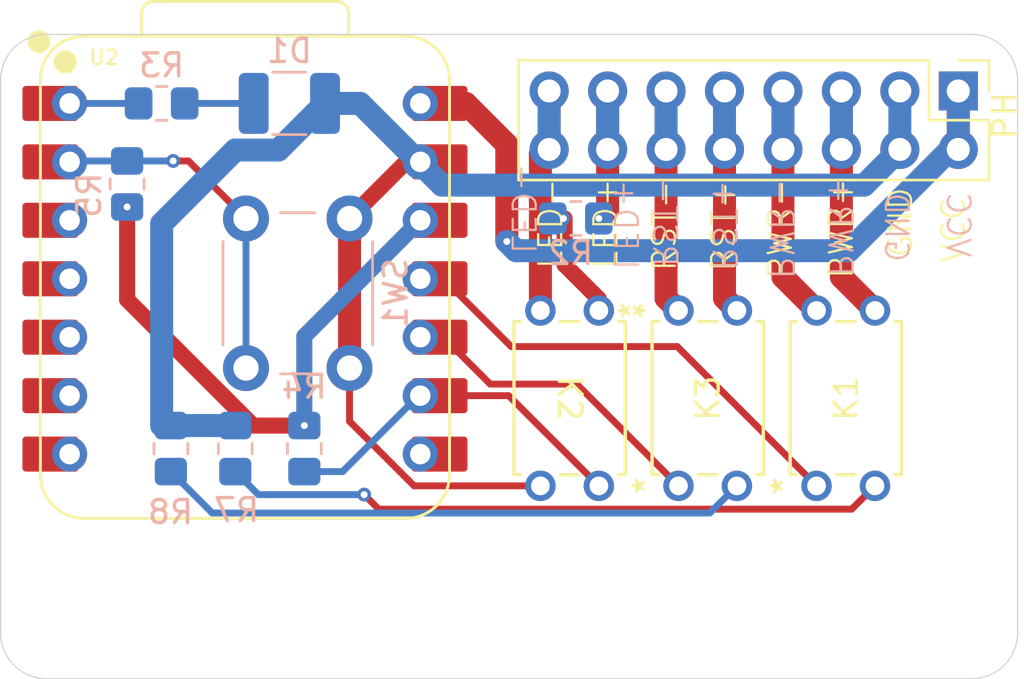
<source format=kicad_pcb>
(kicad_pcb (version 20241229) (generator "pcbnew") (generator_version "9.0")
  (layers (0 "F.Cu" signal) (2 "B.Cu" signal) (13 "F.Paste" user) (15 "B.Paste" user) (5 "F.SilkS" user "F.Silkscreen") (7 "B.SilkS" user "B.Silkscreen") (1 "F.Mask" user) (3 "B.Mask" user) (25 "Edge.Cuts" user))
  (net 0 "")
  (net 1 "PWR_OUT")
  (net 2 "STATUS_LED")
  (net 3 "VCC")
  (net 4 "RST_OUT")
  (net 5 "BTN_IN")
  (net 6 "GND")
  (net 7 "Net-(K2-Pad1)")
  (net 8 "LED+")
  (net 9 "Net-(D1-A)")
  (net 10 "LED_IN")
  (net 11 "Net-(K1-Pad2)")
  (net 12 "Net-(K3-Pad2)")
  (net 13 "PWR-")
  (net 14 "PWR+")
  (net 15 "LED-")
  (net 16 "RST+")
  (net 17 "RST-")
  (net 19 "+3.3V")
  (footprint "Seeed Studio XIAO Series Library:XIAO-ESP32C6-DIP" (layer "F.Cu") (at 102.665 69.62)
    (property "Reference" "U2" (at -6.165 -9.62 0) (layer "F.SilkS") (effects (font (size 0.635 0.635) (thickness 0.1016))))
    (property "Value" "XIAO-ESP32-C6")
    (fp_line (start -8.935 8.509) (end -8.935 -8.636) (stroke (width 0.127)) (layer "F.SilkS"))
    (fp_line (start -7.03 10.414) (end 6.94 10.414) (stroke (width 0.127)) (layer "F.SilkS"))
    (fp_line (start -4.54 -10.541) (end -4.536272 -11.551272) (stroke (width 0.127)) (layer "F.SilkS"))
    (fp_line (start -4.036272 -12.051) (end 3.959 -12.051) (stroke (width 0.127)) (layer "F.SilkS"))
    (fp_line (start 4.459 -11.551) (end 4.459 -10.541) (stroke (width 0.127)) (layer "F.SilkS"))
    (fp_line (start 6.94 -10.541) (end -7.03 -10.541) (stroke (width 0.1)) (layer "F.SilkS"))
    (fp_line (start 6.94 -10.541) (end -7.03 -10.541) (stroke (width 0.127)) (layer "F.SilkS"))
    (fp_line (start 8.845 8.509) (end 8.845 -8.636) (stroke (width 0.127)) (layer "F.SilkS"))
    (fp_arc (start -8.935 -8.636) (mid -8.377038 -9.983038) (end -7.03 -10.541) (stroke (width 0.127)) (layer "F.SilkS"))
    (fp_arc (start -7.03 10.414) (mid -8.377038 9.856038) (end -8.935 8.509) (stroke (width 0.127)) (layer "F.SilkS"))
    (fp_arc (start -4.536272 -11.551272) (mid -4.389728 -11.90464) (end -4.036272 -12.051) (stroke (width 0.127)) (layer "F.SilkS"))
    (fp_arc (start 3.959 -12.051) (mid 4.312553 -11.904553) (end 4.459 -11.551) (stroke (width 0.127)) (layer "F.SilkS"))
    (fp_arc (start 6.94 -10.541) (mid 8.287038 -9.983038) (end 8.845 -8.636) (stroke (width 0.127)) (layer "F.SilkS"))
    (fp_arc (start 8.845 8.509) (mid 8.287038 9.856038) (end 6.94 10.414) (stroke (width 0.127)) (layer "F.SilkS"))
    (fp_circle (center -8.995 -10.3) (end -8.995 -10.554) (stroke (width 0.5)) (fill yes) (layer "F.SilkS"))
    (fp_circle (center -7.852 -9.42) (end -7.852 -9.674) (stroke (width 0.5)) (fill yes) (layer "F.SilkS"))
    (pad "1" smd roundrect (at -8.5 -7.62 180) (size 2.432 1.524) (layers "F.Cu" "F.Mask") (roundrect_rratio 0.1) (net 2 "STATUS_LED"))
    (pad "1" thru_hole circle (at -7.665 -7.62 180) (size 1.524 1.524) (drill 0.889) (layers "*.Cu" "*.Mask") (net 2 "STATUS_LED"))
    (pad "2" smd roundrect (at -8.5 -5.08 180) (size 2.432 1.524) (layers "F.Cu" "F.Mask") (roundrect_rratio 0.1) (net 5 "BTN_IN"))
    (pad "2" thru_hole circle (at -7.665 -5.08 180) (size 1.524 1.524) (drill 0.889) (layers "*.Cu" "*.Mask") (net 5 "BTN_IN"))
    (pad "3" smd roundrect (at -8.5 -2.54 180) (size 2.432 1.524) (layers "F.Cu" "F.Mask") (roundrect_rratio 0.1))
    (pad "3" thru_hole circle (at -7.665 -2.54 180) (size 1.524 1.524) (drill 0.889) (layers "*.Cu" "*.Mask"))
    (pad "4" smd roundrect (at -8.5 0 180) (size 2.432 1.524) (layers "F.Cu" "F.Mask") (roundrect_rratio 0.1))
    (pad "4" thru_hole circle (at -7.665 0 180) (size 1.524 1.524) (drill 0.889) (layers "*.Cu" "*.Mask"))
    (pad "5" smd roundrect (at -8.5 2.54 180) (size 2.432 1.524) (layers "F.Cu" "F.Mask") (roundrect_rratio 0.1))
    (pad "5" thru_hole circle (at -7.665 2.54 180) (size 1.524 1.524) (drill 0.889) (layers "*.Cu" "*.Mask"))
    (pad "6" smd roundrect (at -8.5 5.08 180) (size 2.432 1.524) (layers "F.Cu" "F.Mask") (roundrect_rratio 0.1))
    (pad "6" thru_hole circle (at -7.665 5.08 180) (size 1.524 1.524) (drill 0.889) (layers "*.Cu" "*.Mask"))
    (pad "7" smd roundrect (at -8.5 7.62 180) (size 2.432 1.524) (layers "F.Cu" "F.Mask") (roundrect_rratio 0.1))
    (pad "7" thru_hole circle (at -7.665 7.62 180) (size 1.524 1.524) (drill 0.889) (layers "*.Cu" "*.Mask"))
    (pad "8" thru_hole circle (at 7.575 7.62) (size 1.524 1.524) (drill 0.889) (layers "*.Cu" "*.Mask"))
    (pad "8" smd roundrect (at 8.41 7.62) (size 2.432 1.524) (layers "F.Cu" "F.Mask") (roundrect_rratio 0.1))
    (pad "9" thru_hole circle (at 7.575 5.08) (size 1.524 1.524) (drill 0.889) (layers "*.Cu" "*.Mask") (net 10 "LED_IN"))
    (pad "9" smd roundrect (at 8.41 5.08) (size 2.432 1.524) (layers "F.Cu" "F.Mask") (roundrect_rratio 0.1) (net 10 "LED_IN"))
    (pad "10" thru_hole circle (at 7.575 2.54) (size 1.524 1.524) (drill 0.889) (layers "*.Cu" "*.Mask") (net 4 "RST_OUT"))
    (pad "10" smd roundrect (at 8.41 2.54) (size 2.432 1.524) (layers "F.Cu" "F.Mask") (roundrect_rratio 0.1) (net 4 "RST_OUT"))
    (pad "11" thru_hole circle (at 7.575 0) (size 1.524 1.524) (drill 0.889) (layers "*.Cu" "*.Mask") (net 1 "PWR_OUT"))
    (pad "11" smd roundrect (at 8.41 0) (size 2.432 1.524) (layers "F.Cu" "F.Mask") (roundrect_rratio 0.1) (net 1 "PWR_OUT"))
    (pad "12" thru_hole circle (at 7.575 -2.54) (size 1.524 1.524) (drill 0.889) (layers "*.Cu" "*.Mask") (net 19 "+3.3V"))
    (pad "12" smd roundrect (at 8.41 -2.54) (size 2.432 1.524) (layers "F.Cu" "F.Mask") (roundrect_rratio 0.1) (net 19 "+3.3V"))
    (pad "13" thru_hole circle (at 7.575 -5.08) (size 1.524 1.524) (drill 0.889) (layers "*.Cu" "*.Mask") (net 6 "GND"))
    (pad "13" smd roundrect (at 8.41 -5.08) (size 2.432 1.524) (layers "F.Cu" "F.Mask") (roundrect_rratio 0.1) (net 6 "GND"))
    (pad "14" thru_hole circle (at 7.575 -7.62) (size 1.524 1.524) (drill 0.889) (layers "*.Cu" "*.Mask") (net 3 "VCC"))
    (pad "14" smd roundrect (at 8.41 -7.62) (size 2.432 1.524) (layers "F.Cu" "F.Mask") (roundrect_rratio 0.1) (net 3 "VCC"))
  )
  (footprint "footprints:A-DIP4_THD_OMR" (layer "F.Cu") (at 118 71 -90)
    (property "Reference" "K2" (at 3.81 1.27 270) (layer "F.SilkS"))
    (property "Value" "G3VM-601AY2")
    (fp_line (start 0.482999 3.687001) (end 7.137001 3.687001) (stroke (width 0.1524)) (layer "F.SilkS"))
    (fp_line (start 7.137001 3.687001) (end 7.137001 3.407778) (stroke (width 0.1524)) (layer "F.SilkS"))
    (fp_line (start 0.482999 3.407778) (end 0.482999 3.687001) (stroke (width 0.1524)) (layer "F.SilkS"))
    (fp_line (start 7.137001 1.672222) (end 7.137001 0.867778) (stroke (width 0.1524)) (layer "F.SilkS"))
    (fp_line (start 0.482999 0.867778) (end 0.482999 1.672222) (stroke (width 0.1524)) (layer "F.SilkS"))
    (fp_line (start 7.137001 -0.867778) (end 7.137001 -1.147001) (stroke (width 0.1524)) (layer "F.SilkS"))
    (fp_line (start 0.482999 -1.147001) (end 0.482999 -0.867778) (stroke (width 0.1524)) (layer "F.SilkS"))
    (fp_line (start 7.137001 -1.147001) (end 0.482999 -1.147001) (stroke (width 0.1524)) (layer "F.SilkS"))
    (fp_text user "*" (at 0 -1.4224 270) (layer "F.SilkS"))
    (fp_text user "*" (at 0 -1.4224 270) (layer "F.SilkS"))
    (pad "1" thru_hole circle (at 0 0 270) (size 1.3208 1.3208) (drill 0.8128) (layers "*.Cu" "*.Mask") (net 7 "Net-(K2-Pad1)"))
    (pad "2" thru_hole circle (at 0 2.54 270) (size 1.3208 1.3208) (drill 0.8128) (layers "*.Cu" "*.Mask") (net 15 "LED-"))
    (pad "3" thru_hole circle (at 7.62 2.54 270) (size 1.3208 1.3208) (drill 0.8128) (layers "*.Cu" "*.Mask") (net 6 "GND"))
    (pad "4" thru_hole circle (at 7.62 0 270) (size 1.3208 1.3208) (drill 0.8128) (layers "*.Cu" "*.Mask") (net 10 "LED_IN"))
  )
  (footprint "footprints:A-DIP4_THD_OMR" (layer "F.Cu") (at 121.46 78.62 90)
    (property "Reference" "K3" (at 3.81 1.27 90) (layer "F.SilkS"))
    (property "Value" "G3VM-601AY2")
    (fp_line (start 7.137001 -1.147001) (end 0.482999 -1.147001) (stroke (width 0.1524)) (layer "F.SilkS"))
    (fp_line (start 0.482999 -1.147001) (end 0.482999 -0.867778) (stroke (width 0.1524)) (layer "F.SilkS"))
    (fp_line (start 7.137001 -0.867778) (end 7.137001 -1.147001) (stroke (width 0.1524)) (layer "F.SilkS"))
    (fp_line (start 0.482999 0.867778) (end 0.482999 1.672222) (stroke (width 0.1524)) (layer "F.SilkS"))
    (fp_line (start 7.137001 1.672222) (end 7.137001 0.867778) (stroke (width 0.1524)) (layer "F.SilkS"))
    (fp_line (start 0.482999 3.407778) (end 0.482999 3.687001) (stroke (width 0.1524)) (layer "F.SilkS"))
    (fp_line (start 7.137001 3.687001) (end 7.137001 3.407778) (stroke (width 0.1524)) (layer "F.SilkS"))
    (fp_line (start 0.482999 3.687001) (end 7.137001 3.687001) (stroke (width 0.1524)) (layer "F.SilkS"))
    (fp_text user "*" (at 0 -1.4224 90) (layer "F.SilkS"))
    (fp_text user "*" (at 0 -1.4224 90) (layer "F.SilkS"))
    (pad "1" thru_hole circle (at 0 0 90) (size 1.3208 1.3208) (drill 0.8128) (layers "*.Cu" "*.Mask") (net 4 "RST_OUT"))
    (pad "2" thru_hole circle (at 0 2.54 90) (size 1.3208 1.3208) (drill 0.8128) (layers "*.Cu" "*.Mask") (net 12 "Net-(K3-Pad2)"))
    (pad "3" thru_hole circle (at 7.62 2.54 90) (size 1.3208 1.3208) (drill 0.8128) (layers "*.Cu" "*.Mask") (net 16 "RST+"))
    (pad "4" thru_hole circle (at 7.62 0 90) (size 1.3208 1.3208) (drill 0.8128) (layers "*.Cu" "*.Mask") (net 17 "RST-"))
  )
  (footprint "" (layer "F.Cu") (at 132.8 84)
    (property "Reference" "" (at 0 0 0) (layer "F.SilkS") (effects (font (size 1.27 1.27))))
    (property "Value" "")
    (pad "" np_thru_hole circle (at 0 0) (size 3.2 3.2) (drill 3.2) (layers "*.Cu" "*.Mask"))
  )
  (footprint "Connector_PinHeader_2.54mm:PinHeader_2x08_P2.54mm_Vertical" (layer "F.Cu") (at 133.62 61.46 -90)
    (property "Reference" "PH" (at 1.073557 -2.013525 90) (layer "F.SilkS"))
    (property "Value" "PinHeader_2x08_P2.54mm_Vertical" (hide yes))
    (fp_line (start -1.33 19.11) (end 3.87 19.11) (stroke (width 0.12)) (layer "F.SilkS"))
    (fp_line (start -1.33 1.27) (end -1.33 19.11) (stroke (width 0.12)) (layer "F.SilkS"))
    (fp_line (start -1.33 1.27) (end 1.27 1.27) (stroke (width 0.12)) (layer "F.SilkS"))
    (fp_line (start 1.27 1.27) (end 1.27 -1.33) (stroke (width 0.12)) (layer "F.SilkS"))
    (fp_line (start -1.33 0) (end -1.33 -1.33) (stroke (width 0.12)) (layer "F.SilkS"))
    (fp_line (start -1.33 -1.33) (end 0 -1.33) (stroke (width 0.12)) (layer "F.SilkS"))
    (fp_line (start 1.27 -1.33) (end 3.87 -1.33) (stroke (width 0.12)) (layer "F.SilkS"))
    (fp_line (start 3.87 -1.33) (end 3.87 19.11) (stroke (width 0.12)) (layer "F.SilkS"))
    (pad "1" thru_hole rect (at 0 0 270) (size 1.7 1.7) (drill 1) (layers "*.Cu" "*.Mask") (net 3 "VCC"))
    (pad "2" thru_hole oval (at 2.54 0 270) (size 1.7 1.7) (drill 1) (layers "*.Cu" "*.Mask") (net 3 "VCC"))
    (pad "3" thru_hole oval (at 0 2.54 270) (size 1.7 1.7) (drill 1) (layers "*.Cu" "*.Mask") (net 6 "GND"))
    (pad "4" thru_hole oval (at 2.54 2.54 270) (size 1.7 1.7) (drill 1) (layers "*.Cu" "*.Mask") (net 6 "GND"))
    (pad "5" thru_hole oval (at 0 5.08 270) (size 1.7 1.7) (drill 1) (layers "*.Cu" "*.Mask") (net 14 "PWR+"))
    (pad "6" thru_hole oval (at 2.54 5.08 270) (size 1.7 1.7) (drill 1) (layers "*.Cu" "*.Mask") (net 14 "PWR+"))
    (pad "7" thru_hole oval (at 0 7.62 270) (size 1.7 1.7) (drill 1) (layers "*.Cu" "*.Mask") (net 13 "PWR-"))
    (pad "8" thru_hole oval (at 2.54 7.62 270) (size 1.7 1.7) (drill 1) (layers "*.Cu" "*.Mask") (net 13 "PWR-"))
    (pad "9" thru_hole oval (at 0 10.16 270) (size 1.7 1.7) (drill 1) (layers "*.Cu" "*.Mask") (net 16 "RST+"))
    (pad "10" thru_hole oval (at 2.54 10.16 270) (size 1.7 1.7) (drill 1) (layers "*.Cu" "*.Mask") (net 16 "RST+"))
    (pad "11" thru_hole oval (at 0 12.7 270) (size 1.7 1.7) (drill 1) (layers "*.Cu" "*.Mask") (net 17 "RST-"))
    (pad "12" thru_hole oval (at 2.54 12.7 270) (size 1.7 1.7) (drill 1) (layers "*.Cu" "*.Mask") (net 17 "RST-"))
    (pad "13" thru_hole oval (at 0 15.24 270) (size 1.7 1.7) (drill 1) (layers "*.Cu" "*.Mask") (net 8 "LED+"))
    (pad "14" thru_hole oval (at 2.54 15.24 270) (size 1.7 1.7) (drill 1) (layers "*.Cu" "*.Mask") (net 8 "LED+"))
    (pad "15" thru_hole oval (at 0 17.78 270) (size 1.7 1.7) (drill 1) (layers "*.Cu" "*.Mask") (net 15 "LED-"))
    (pad "16" thru_hole oval (at 2.54 17.78 270) (size 1.7 1.7) (drill 1) (layers "*.Cu" "*.Mask") (net 15 "LED-"))
  )
  (footprint "footprints:A-DIP4_THD_OMR" (layer "F.Cu") (at 127.46 78.62 90)
    (property "Reference" "K1" (at 3.81 1.27 90) (layer "F.SilkS"))
    (property "Value" "G3VM-601AY2")
    (fp_line (start 7.137001 -1.147001) (end 0.482999 -1.147001) (stroke (width 0.1524)) (layer "F.SilkS"))
    (fp_line (start 0.482999 -1.147001) (end 0.482999 -0.867778) (stroke (width 0.1524)) (layer "F.SilkS"))
    (fp_line (start 7.137001 -0.867778) (end 7.137001 -1.147001) (stroke (width 0.1524)) (layer "F.SilkS"))
    (fp_line (start 0.482999 0.867778) (end 0.482999 1.672222) (stroke (width 0.1524)) (layer "F.SilkS"))
    (fp_line (start 7.137001 1.672222) (end 7.137001 0.867778) (stroke (width 0.1524)) (layer "F.SilkS"))
    (fp_line (start 0.482999 3.407778) (end 0.482999 3.687001) (stroke (width 0.1524)) (layer "F.SilkS"))
    (fp_line (start 7.137001 3.687001) (end 7.137001 3.407778) (stroke (width 0.1524)) (layer "F.SilkS"))
    (fp_line (start 0.482999 3.687001) (end 7.137001 3.687001) (stroke (width 0.1524)) (layer "F.SilkS"))
    (fp_text user "*" (at 0 -1.4224 90) (layer "F.SilkS"))
    (fp_text user "*" (at 0 -1.4224 90) (layer "F.SilkS"))
    (pad "1" thru_hole circle (at 0 0 90) (size 1.3208 1.3208) (drill 0.8128) (layers "*.Cu" "*.Mask") (net 1 "PWR_OUT"))
    (pad "2" thru_hole circle (at 0 2.54 90) (size 1.3208 1.3208) (drill 0.8128) (layers "*.Cu" "*.Mask") (net 11 "Net-(K1-Pad2)"))
    (pad "3" thru_hole circle (at 7.62 2.54 90) (size 1.3208 1.3208) (drill 0.8128) (layers "*.Cu" "*.Mask") (net 14 "PWR+"))
    (pad "4" thru_hole circle (at 7.62 0 90) (size 1.3208 1.3208) (drill 0.8128) (layers "*.Cu" "*.Mask") (net 13 "PWR-"))
  )
  (footprint "" (layer "F.Cu") (at 114.4 84)
    (property "Reference" "" (at 0 0 0) (layer "F.SilkS") (effects (font (size 1.27 1.27))))
    (property "Value" "")
    (pad "" np_thru_hole circle (at 0 0) (size 3.2 3.2) (drill 3.2) (layers "*.Cu" "*.Mask"))
  )
  (footprint "" (layer "F.Cu") (at 95 84)
    (property "Reference" "" (at 0 0 0) (layer "F.SilkS") (effects (font (size 1.27 1.27))))
    (property "Value" "")
    (pad "" np_thru_hole circle (at 0 0) (size 3.2 3.2) (drill 3.2) (layers "*.Cu" "*.Mask"))
  )
  (footprint "Resistor_SMD:R_0805_2012Metric_Pad1.20x1.40mm_HandSolder" (layer "B.Cu") (at 105.2 77 90)
    (property "Reference" "R4" (at 2.685911 -0.00701 0) (layer "B.SilkS") (effects (justify mirror)))
    (property "Value" "10k" (hide yes))
    (fp_line (start -0.227064 -0.735) (end 0.227064 -0.735) (stroke (width 0.12)) (layer "B.SilkS"))
    (fp_line (start -0.227064 0.735) (end 0.227064 0.735) (stroke (width 0.12)) (layer "B.SilkS"))
    (pad "1" smd roundrect (at -1 0 90) (size 1.2 1.4) (layers "B.Cu" "B.Mask" "B.Paste") (roundrect_rratio 0.208333) (net 10 "LED_IN"))
    (pad "2" smd roundrect (at 1 0 90) (size 1.2 1.4) (layers "B.Cu" "B.Mask" "B.Paste") (roundrect_rratio 0.208333) (net 19 "+3.3V"))
  )
  (footprint "Resistor_SMD:R_0805_2012Metric_Pad1.20x1.40mm_HandSolder" (layer "B.Cu") (at 99.4 77 -90)
    (property "Reference" "R8" (at 2.759581 0.014066 180) (layer "B.SilkS") (effects (justify mirror)))
    (property "Value" "360")
    (fp_line (start -0.227064 0.735) (end 0.227064 0.735) (stroke (width 0.12)) (layer "B.SilkS"))
    (fp_line (start -0.227064 -0.735) (end 0.227064 -0.735) (stroke (width 0.12)) (layer "B.SilkS"))
    (pad "1" smd roundrect (at -1 0 270) (size 1.2 1.4) (layers "B.Cu" "B.Mask" "B.Paste") (roundrect_rratio 0.208333) (net 6 "GND"))
    (pad "2" smd roundrect (at 1 0 270) (size 1.2 1.4) (layers "B.Cu" "B.Mask" "B.Paste") (roundrect_rratio 0.208333) (net 12 "Net-(K3-Pad2)"))
  )
  (footprint "Resistor_SMD:R_0805_2012Metric_Pad1.20x1.40mm_HandSolder" (layer "B.Cu") (at 99 62 180)
    (property "Reference" "R3" (at 0 1.65 0) (layer "B.SilkS") (effects (justify mirror)))
    (property "Value" "65")
    (fp_line (start -0.227064 0.735) (end 0.227064 0.735) (stroke (width 0.12)) (layer "B.SilkS"))
    (fp_line (start -0.227064 -0.735) (end 0.227064 -0.735) (stroke (width 0.12)) (layer "B.SilkS"))
    (pad "1" smd roundrect (at -1 0 180) (size 1.2 1.4) (layers "B.Cu" "B.Mask" "B.Paste") (roundrect_rratio 0.208333) (net 9 "Net-(D1-A)"))
    (pad "2" smd roundrect (at 1 0 180) (size 1.2 1.4) (layers "B.Cu" "B.Mask" "B.Paste") (roundrect_rratio 0.208333) (net 2 "STATUS_LED"))
  )
  (footprint "Resistor_SMD:R_1210_3225Metric_Pad1.30x2.65mm_HandSolder" (layer "B.Cu") (at 104.55 62 180)
    (property "Reference" "D1" (at 0 2.28 0) (layer "B.SilkS") (effects (justify mirror)))
    (property "Value" "LED")
    (fp_line (start -0.723737 1.355) (end 0.723737 1.355) (stroke (width 0.12)) (layer "B.SilkS"))
    (fp_line (start -0.723737 -1.355) (end 0.723737 -1.355) (stroke (width 0.12)) (layer "B.SilkS"))
    (pad "1" smd roundrect (at -1.55 0 180) (size 1.3 2.65) (layers "B.Cu" "B.Mask" "B.Paste") (roundrect_rratio 0.192308) (net 6 "GND"))
    (pad "2" smd roundrect (at 1.55 0 180) (size 1.3 2.65) (layers "B.Cu" "B.Mask" "B.Paste") (roundrect_rratio 0.192308) (net 9 "Net-(D1-A)"))
  )
  (footprint "Resistor_SMD:R_0805_2012Metric_Pad1.20x1.40mm_HandSolder" (layer "B.Cu") (at 102.2 77 -90)
    (property "Reference" "R7" (at 2.677333 -0.05197 180) (layer "B.SilkS") (effects (justify mirror)))
    (property "Value" "360" (hide yes))
    (fp_line (start -0.227064 0.735) (end 0.227064 0.735) (stroke (width 0.12)) (layer "B.SilkS"))
    (fp_line (start -0.227064 -0.735) (end 0.227064 -0.735) (stroke (width 0.12)) (layer "B.SilkS"))
    (pad "1" smd roundrect (at -1 0 270) (size 1.2 1.4) (layers "B.Cu" "B.Mask" "B.Paste") (roundrect_rratio 0.208333) (net 6 "GND"))
    (pad "2" smd roundrect (at 1 0 270) (size 1.2 1.4) (layers "B.Cu" "B.Mask" "B.Paste") (roundrect_rratio 0.208333) (net 11 "Net-(K1-Pad2)"))
  )
  (footprint "Resistor_SMD:R_0805_2012Metric_Pad1.20x1.40mm_HandSolder" (layer "B.Cu") (at 97.5 65.5 -90)
    (property "Reference" "R5" (at 0.485423 1.65079 90) (layer "B.SilkS") (effects (justify mirror)))
    (property "Value" "10k" (hide yes))
    (fp_line (start -0.227064 0.735) (end 0.227064 0.735) (stroke (width 0.12)) (layer "B.SilkS"))
    (fp_line (start -0.227064 -0.735) (end 0.227064 -0.735) (stroke (width 0.12)) (layer "B.SilkS"))
    (pad "1" smd roundrect (at -1 0 270) (size 1.2 1.4) (layers "B.Cu" "B.Mask" "B.Paste") (roundrect_rratio 0.208333) (net 5 "BTN_IN"))
    (pad "2" smd roundrect (at 1 0 270) (size 1.2 1.4) (layers "B.Cu" "B.Mask" "B.Paste") (roundrect_rratio 0.208333) (net 19 "+3.3V"))
  )
  (footprint "Resistor_SMD:R_0805_2012Metric_Pad1.20x1.40mm_HandSolder" (layer "B.Cu") (at 117 67 180)
    (property "Reference" "R2" (at 0.227064 -1.5 0) (layer "B.SilkS") (effects (justify mirror)))
    (property "Value" "360" (hide yes))
    (fp_line (start -0.227064 0.735) (end 0.227064 0.735) (stroke (width 0.12)) (layer "B.SilkS"))
    (fp_line (start -0.227064 -0.735) (end 0.227064 -0.735) (stroke (width 0.12)) (layer "B.SilkS"))
    (pad "1" smd roundrect (at -1 0 180) (size 1.2 1.4) (layers "B.Cu" "B.Mask" "B.Paste") (roundrect_rratio 0.208333) (net 8 "LED+"))
    (pad "2" smd roundrect (at 1 0 180) (size 1.2 1.4) (layers "B.Cu" "B.Mask" "B.Paste") (roundrect_rratio 0.208333) (net 7 "Net-(K2-Pad1)"))
  )
  (footprint "Button_Switch_THT:SW_PUSH_6mm" (layer "B.Cu") (at 107.165 73.5 90)
    (property "Reference" "SW1" (at 3.25 2 90) (layer "B.SilkS") (effects (justify mirror)))
    (property "Value" "SW_Push")
    (fp_line (start 1 -5.5) (end 5.5 -5.5) (stroke (width 0.12)) (layer "B.SilkS"))
    (fp_line (start 6.75 -3) (end 6.75 -1.5) (stroke (width 0.12)) (layer "B.SilkS"))
    (fp_line (start -0.25 -1.5) (end -0.25 -3) (stroke (width 0.12)) (layer "B.SilkS"))
    (fp_line (start 5.5 1) (end 1 1) (stroke (width 0.12)) (layer "B.SilkS"))
    (pad "1" thru_hole circle (at 0 0) (size 2 2) (drill 1.1) (layers "*.Cu" "*.Mask") (net 6 "GND"))
    (pad "1" thru_hole circle (at 6.5 0) (size 2 2) (drill 1.1) (layers "*.Cu" "*.Mask") (net 6 "GND"))
    (pad "2" thru_hole circle (at 0 -4.5) (size 2 2) (drill 1.1) (layers "*.Cu" "*.Mask") (net 5 "BTN_IN"))
    (pad "2" thru_hole circle (at 6.5 -4.5) (size 2 2) (drill 1.1) (layers "*.Cu" "*.Mask") (net 5 "BTN_IN"))
  )
  (gr_arc (start 136.2 85) (mid 135.614214 86.414214) (end 134.2 87) (stroke (width 0.05)) (layer "Edge.Cuts"))
  (gr_line (start 134.2 59) (end 94 59) (stroke (width 0.05)) (layer "Edge.Cuts"))
  (gr_line (start 136.2 85) (end 136.2 61) (stroke (width 0.05)) (layer "Edge.Cuts"))
  (gr_line (start 92 61) (end 92 85) (stroke (width 0.05)) (layer "Edge.Cuts"))
  (gr_arc (start 134.2 59) (mid 135.614214 59.585786) (end 136.2 61) (stroke (width 0.05)) (layer "Edge.Cuts"))
  (gr_arc (start 94 87) (mid 92.585786 86.414214) (end 92 85) (stroke (width 0.05)) (layer "Edge.Cuts"))
  (gr_arc (start 92 61) (mid 92.585786 59.585786) (end 94 59) (stroke (width 0.05)) (layer "Edge.Cuts"))
  (gr_line (start 94 87) (end 134.2 87) (stroke (width 0.05)) (layer "Edge.Cuts"))
  (gr_text "GND" (at 131.694885 68.750822 90) (layer "F.SilkS") (effects (font (size 1 1) (thickness 0.1)) (justify left bottom)))
  (gr_text "PWR+" (at 129.118457 69.687705 90) (layer "F.SilkS") (effects (font (size 1 1) (thickness 0.1)) (justify left bottom)))
  (gr_text "PWR-" (at 126.463955 69.71373 90) (layer "F.SilkS") (effects (font (size 1 1) (thickness 0.1)) (justify left bottom)))
  (gr_text "LED+" (at 118.888715 69.266629 90) (layer "F.SilkS") (effects (font (size 1 1) (thickness 0.1)) (justify left bottom)))
  (gr_text "RST-" (at 121.430814 69.359471 90) (layer "F.SilkS") (effects (font (size 1 1) (thickness 0.1)) (justify left bottom)))
  (gr_text "RST+" (at 124.006146 69.373265 90) (layer "F.SilkS") (effects (font (size 1 1) (thickness 0.1)) (justify left bottom)))
  (gr_text "VCC" (at 134 69 90) (layer "F.SilkS") (effects (font (size 1 1) (thickness 0.1)) (justify left bottom)))
  (gr_text "LED-" (at 116.489905 69.266629 90) (layer "F.SilkS") (effects (font (size 1 1) (thickness 0.1)) (justify left bottom)))
  (gr_text "GND" (at 130.343631 68.974997 -90) (layer "B.SilkS") (effects (font (size 1 1) (thickness 0.1)) (justify left bottom mirror)))
  (gr_text "PWR+" (at 127.896975 69.604137 -90) (layer "B.SilkS") (effects (font (size 1 1) (thickness 0.1)) (justify left bottom mirror)))
  (gr_text "LED+" (at 118.567225 69.303724 -90) (layer "B.SilkS") (effects (font (size 1 1) (thickness 0.1)) (justify left bottom mirror)))
  (gr_text "PWR-" (at 125.345463 69.708994 -90) (layer "B.SilkS") (effects (font (size 1 1) (thickness 0.1)) (justify left bottom mirror)))
  (gr_text "RST-" (at 120.277391 69.18471 -90) (layer "B.SilkS") (effects (font (size 1 1) (thickness 0.1)) (justify left bottom mirror)))
  (gr_text "VCC" (at 133.034952 68.765284 -90) (layer "B.SilkS") (effects (font (size 1 1) (thickness 0.1)) (justify left bottom mirror)))
  (gr_text "LED-" (at 114.12819 68.611284 -90) (layer "B.SilkS") (effects (font (size 1 1) (thickness 0.1)) (justify left bottom mirror)))
  (gr_text "RST+" (at 122.863855 69.324519 -90) (layer "B.SilkS") (effects (font (size 1 1) (thickness 0.1)) (justify left bottom mirror)))
  (segment (start 121.407 72.567) (end 114.18963 72.567) (width 0.3) (layer "F.Cu") (net 1))
  (segment (start 111.24263 69.62) (end 110.165 69.62) (width 0.3) (layer "F.Cu") (net 1))
  (segment (start 114.18963 72.567) (end 111.24263 69.62) (width 0.3) (layer "F.Cu") (net 1))
  (segment (start 127.46 78.62) (end 121.407 72.567) (width 0.3) (layer "F.Cu") (net 1))
  (segment (start 94.925 62) (end 98 62) (width 0.3) (layer "B.Cu") (net 2))
  (segment (start 114 68) (end 114 63.784) (width 1) (layer "F.Cu") (net 3))
  (segment (start 133.62 64) (end 133.62 61.46) (width 1) (layer "F.Cu") (net 3))
  (segment (start 114 63.784) (end 112.216 62) (width 1) (layer "F.Cu") (net 3))
  (segment (start 112.216 62) (end 111 62) (width 1) (layer "F.Cu") (net 3))
  (via (at 114 68) (size 0.6) (drill 0.3) (layers "F.Cu" "B.Cu") (net 3))
  (segment (start 128.873446 68.4) (end 114.4 68.4) (width 1) (layer "B.Cu") (net 3))
  (segment (start 133.62 61.46) (end 133.62 63.653446) (width 1) (layer "B.Cu") (net 3))
  (segment (start 133.62 63.653446) (end 128.873446 68.4) (width 1) (layer "B.Cu") (net 3))
  (segment (start 114.4 68.4) (end 114 68) (width 1) (layer "B.Cu") (net 3))
  (segment (start 111.24263 72.16) (end 110.165 72.16) (width 0.3) (layer "F.Cu") (net 4))
  (segment (start 117.039 74.199) (end 113.28163 74.199) (width 0.3) (layer "F.Cu") (net 4))
  (segment (start 121.46 78.62) (end 117.039 74.199) (width 0.3) (layer "F.Cu") (net 4))
  (segment (start 113.28163 74.199) (end 111.24263 72.16) (width 0.3) (layer "F.Cu") (net 4))
  (segment (start 99.5 64.5) (end 100.165 64.5) (width 0.3) (layer "F.Cu") (net 5))
  (segment (start 100.165 64.5) (end 102.665 67) (width 0.3) (layer "F.Cu") (net 5))
  (via (at 99.5 64.5) (size 0.6) (drill 0.3) (layers "F.Cu" "B.Cu") (net 5))
  (segment (start 102.665 67) (end 102.665 73.5) (width 0.3) (layer "B.Cu") (net 5))
  (segment (start 97.5 64.5) (end 95.04 64.5) (width 0.3) (layer "B.Cu") (net 5))
  (segment (start 97.5 64.5) (end 99.5 64.5) (width 0.3) (layer "B.Cu") (net 5))
  (segment (start 95.04 64.5) (end 95 64.54) (width 0.3) (layer "B.Cu") (net 5))
  (segment (start 109.97098 78.62) (end 107.165 75.81402) (width 0.3) (layer "F.Cu") (net 6))
  (segment (start 110.24 64.54) (end 109.625 64.54) (width 0.7) (layer "F.Cu") (net 6))
  (segment (start 107.165 75.81402) (end 107.165 73.5) (width 0.3) (layer "F.Cu") (net 6))
  (segment (start 115.46 78.62) (end 109.97098 78.62) (width 0.3) (layer "F.Cu") (net 6))
  (segment (start 107.165 73.5) (end 107.165 67) (width 1) (layer "F.Cu") (net 6))
  (segment (start 109.625 64.54) (end 107.165 67) (width 0.7) (layer "F.Cu") (net 6))
  (segment (start 104.074 64.026) (end 106.1 62) (width 1) (layer "B.Cu") (net 6))
  (segment (start 131.08 64) (end 129.529 65.551) (width 1) (layer "B.Cu") (net 6))
  (segment (start 99 70) (end 99 67.225156) (width 1) (layer "B.Cu") (net 6))
  (segment (start 106.1 62) (end 107.625 62) (width 1) (layer "B.Cu") (net 6))
  (segment (start 102.199156 64.026) (end 104.074 64.026) (width 1) (layer "B.Cu") (net 6))
  (segment (start 99 67.225156) (end 102.199156 64.026) (width 1) (layer "B.Cu") (net 6))
  (segment (start 129.529 65.551) (end 111.176 65.551) (width 1) (layer "B.Cu") (net 6))
  (segment (start 99 76) (end 99 70) (width 1) (layer "B.Cu") (net 6))
  (segment (start 131.08 61.46) (end 131.08 64) (width 1) (layer "B.Cu") (net 6))
  (segment (start 111.176 65.551) (end 110.165 64.54) (width 1) (layer "B.Cu") (net 6))
  (segment (start 107.625 62) (end 110.165 64.54) (width 1) (layer "B.Cu") (net 6))
  (segment (start 99.4 76) (end 102.2 76) (width 1) (layer "B.Cu") (net 6))
  (segment (start 118 71) (end 118 70.5) (width 0.7) (layer "F.Cu") (net 7))
  (segment (start 118 70.5) (end 116.511 69.011) (width 0.7) (layer "F.Cu") (net 7))
  (segment (start 116.511 69.011) (end 116.511 67) (width 0.7) (layer "F.Cu") (net 7))
  (via (at 116.46 67) (size 0.6) (drill 0.3) (layers "F.Cu" "B.Cu") (net 7))
  (segment (start 116 67.08) (end 116 67) (width 0.3) (layer "B.Cu") (net 7))
  (segment (start 116 67) (end 116.46 67) (width 0.3) (layer "B.Cu") (net 7))
  (segment (start 118.38 61.27) (end 118.38 63.81) (width 1) (layer "F.Cu") (net 8))
  (segment (start 118.38 64) (end 118.38 66.62) (width 1) (layer "F.Cu") (net 8))
  (segment (start 118.38 66.62) (end 118 67) (width 1) (layer "F.Cu") (net 8))
  (via (at 118 67) (size 0.6) (drill 0.3) (layers "F.Cu" "B.Cu") (net 8))
  (segment (start 118.38 61.46) (end 118.38 64) (width 1) (layer "B.Cu") (net 8))
  (segment (start 100 62) (end 103 62) (width 0.3) (layer "B.Cu") (net 9))
  (segment (start 118 78.62) (end 114.08 74.7) (width 0.3) (layer "F.Cu") (net 10))
  (segment (start 114.08 74.7) (end 110.165 74.7) (width 0.3) (layer "F.Cu") (net 10))
  (segment (start 106.865 78) (end 110.165 74.7) (width 0.3) (layer "B.Cu") (net 10))
  (segment (start 105.2 78) (end 106.865 78) (width 0.3) (layer "B.Cu") (net 10))
  (segment (start 108.4314 79.6314) (end 128.9886 79.6314) (width 0.3) (layer "F.Cu") (net 11))
  (segment (start 107.8 79) (end 108.4314 79.6314) (width 0.3) (layer "F.Cu") (net 11))
  (segment (start 128.9886 79.6314) (end 130 78.62) (width 0.3) (layer "F.Cu") (net 11))
  (via (at 107.8 79) (size 0.6) (drill 0.3) (layers "F.Cu" "B.Cu") (net 11))
  (segment (start 103.2 79) (end 107.8 79) (width 0.3) (layer "B.Cu") (net 11))
  (segment (start 102.2 78) (end 103.2 79) (width 0.3) (layer "B.Cu") (net 11))
  (segment (start 99.4 78) (end 101.2 79.8) (width 0.3) (layer "B.Cu") (net 12))
  (segment (start 101.2 79.8) (end 122.82 79.8) (width 0.3) (layer "B.Cu") (net 12))
  (segment (start 122.82 79.8) (end 124 78.62) (width 0.3) (layer "B.Cu") (net 12))
  (segment (start 126 63.81) (end 126 69.54) (width 1) (layer "F.Cu") (net 13))
  (segment (start 126 61.27) (end 126 63.81) (width 1) (layer "F.Cu") (net 13))
  (segment (start 126 69.54) (end 127.46 71) (width 1) (layer "F.Cu") (net 13))
  (segment (start 126 61.46) (end 126 64) (width 1) (layer "B.Cu") (net 13))
  (segment (start 128.54 69.54) (end 130 71) (width 1) (layer "F.Cu") (net 14))
  (segment (start 128.54 61.27) (end 128.54 63.81) (width 1) (layer "F.Cu") (net 14))
  (segment (start 128.54 63.81) (end 128.54 69.54) (width 1) (layer "F.Cu") (net 14))
  (segment (start 128.54 61.46) (end 128.54 64) (width 1) (layer "B.Cu") (net 14))
  (segment (start 115.46 64.19) (end 115.84 63.81) (width 1) (layer "F.Cu") (net 15))
  (segment (start 115.84 61.27) (end 115.84 63.81) (width 1) (layer "F.Cu") (net 15))
  (segment (start 115.46 71) (end 115.46 64.19) (width 1) (layer "F.Cu") (net 15))
  (segment (start 115.84 61.46) (end 115.84 64) (width 1) (layer "B.Cu") (net 15))
  (segment (start 123.46 61.27) (end 123.46 63.81) (width 1) (layer "F.Cu") (net 16))
  (segment (start 123.46 63.81) (end 123.46 70.46) (width 1) (layer "F.Cu") (net 16))
  (segment (start 123.46 70.46) (end 124 71) (width 1) (layer "F.Cu") (net 16))
  (segment (start 123.46 61.46) (end 123.46 64) (width 1) (layer "B.Cu") (net 16))
  (segment (start 120.92 63.81) (end 120.92 70.46) (width 1) (layer "F.Cu") (net 17))
  (segment (start 120.92 61.27) (end 120.92 63.81) (width 1) (layer "F.Cu") (net 17))
  (segment (start 120.92 70.46) (end 121.46 71) (width 1) (layer "F.Cu") (net 17))
  (segment (start 120.92 61.46) (end 120.92 64) (width 1) (layer "B.Cu") (net 17))
  (segment (start 97.5 70.528446) (end 102.971554 76) (width 0.7) (layer "F.Cu") (net 19))
  (segment (start 105.5 76) (end 105.2 76) (width 0.7) (layer "F.Cu") (net 19))
  (segment (start 97.5 66.5) (end 97.5 70.528446) (width 0.7) (layer "F.Cu") (net 19))
  (segment (start 102.971554 76) (end 105.5 76) (width 0.7) (layer "F.Cu") (net 19))
  (via (at 105.2 76) (size 0.6) (drill 0.3) (layers "F.Cu" "B.Cu") (net 19))
  (via (at 97.5 66.5) (size 0.6) (drill 0.3) (layers "F.Cu" "B.Cu") (net 19))
  (segment (start 105.2 72.12) (end 105.2 76) (width 0.7) (layer "B.Cu") (net 19))
  (segment (start 110.24 67.08) (end 105.2 72.12) (width 0.7) (layer "B.Cu") (net 19))
)
</source>
